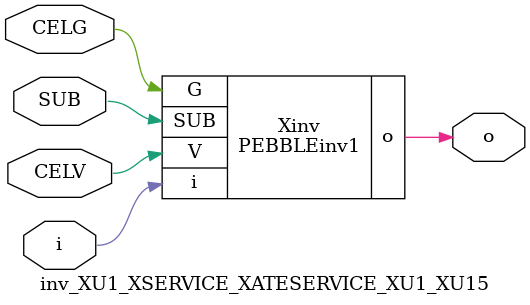
<source format=v>



module PEBBLEinv1 ( o, G, SUB, V, i );

  input V;
  input i;
  input G;
  output o;
  input SUB;
endmodule

//Celera Confidential Do Not Copy inv_XU1_XSERVICE_XATESERVICE_XU1_XU15
//Celera Confidential Symbol Generator
//5V Inverter
module inv_XU1_XSERVICE_XATESERVICE_XU1_XU15 (CELV,CELG,i,o,SUB);
input CELV;
input CELG;
input i;
input SUB;
output o;

//Celera Confidential Do Not Copy inv
PEBBLEinv1 Xinv(
.V (CELV),
.i (i),
.o (o),
.SUB (SUB),
.G (CELG)
);
//,diesize,PEBBLEinv1

//Celera Confidential Do Not Copy Module End
//Celera Schematic Generator
endmodule

</source>
